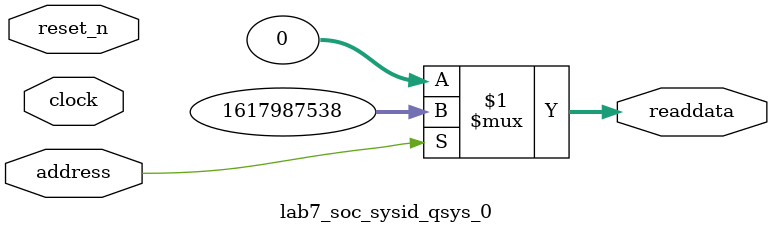
<source format=v>



// synthesis translate_off
`timescale 1ns / 1ps
// synthesis translate_on

// turn off superfluous verilog processor warnings 
// altera message_level Level1 
// altera message_off 10034 10035 10036 10037 10230 10240 10030 

module lab7_soc_sysid_qsys_0 (
               // inputs:
                address,
                clock,
                reset_n,

               // outputs:
                readdata
             )
;

  output  [ 31: 0] readdata;
  input            address;
  input            clock;
  input            reset_n;

  wire    [ 31: 0] readdata;
  //control_slave, which is an e_avalon_slave
  assign readdata = address ? 1617987538 : 0;

endmodule



</source>
